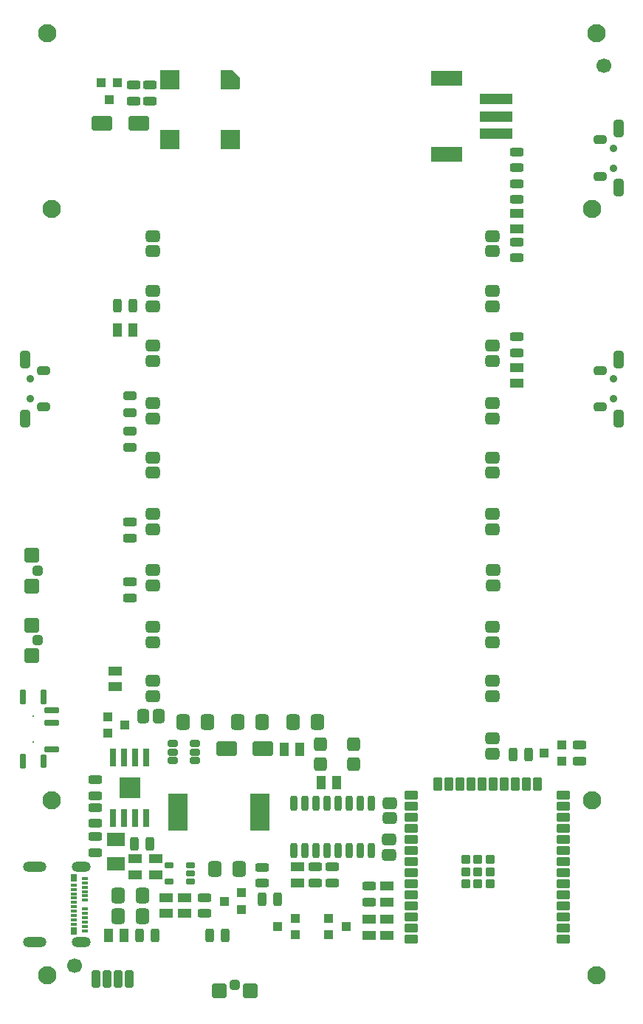
<source format=gbs>
%FSLAX44Y44*%
%MOMM*%
G71*
G04*
G04 #@! TF.SameCoordinates,80543DCF-8C45-4766-8294-206619DBCA83*
G04*
G04*
G04 #@! TF.FilePolarity,Negative*
G04*
G01*
G75*
%ADD17C,1.7000*%
G04:AMPARAMS|DCode=19|XSize=1.704mm|YSize=1.704mm|CornerRadius=0.2895mm|HoleSize=0mm|Usage=FLASHONLY|Rotation=270.000|XOffset=0mm|YOffset=0mm|HoleType=Round|Shape=RoundedRectangle|*
%AMROUNDEDRECTD19*
21,1,1.7040,1.1250,0,0,270.0*
21,1,1.1250,1.7040,0,0,270.0*
1,1,0.5790,-0.5625,-0.5625*
1,1,0.5790,-0.5625,0.5625*
1,1,0.5790,0.5625,0.5625*
1,1,0.5790,0.5625,-0.5625*
%
%ADD19ROUNDEDRECTD19*%
G04:AMPARAMS|DCode=20|XSize=1.104mm|YSize=1.104mm|CornerRadius=0.2145mm|HoleSize=0mm|Usage=FLASHONLY|Rotation=270.000|XOffset=0mm|YOffset=0mm|HoleType=Round|Shape=RoundedRectangle|*
%AMROUNDEDRECTD20*
21,1,1.1040,0.6750,0,0,270.0*
21,1,0.6750,1.1040,0,0,270.0*
1,1,0.4290,-0.3375,-0.3375*
1,1,0.4290,-0.3375,0.3375*
1,1,0.4290,0.3375,0.3375*
1,1,0.4290,0.3375,-0.3375*
%
%ADD20ROUNDEDRECTD20*%
G04:AMPARAMS|DCode=21|XSize=1.604mm|YSize=1.004mm|CornerRadius=0.302mm|HoleSize=0mm|Usage=FLASHONLY|Rotation=270.000|XOffset=0mm|YOffset=0mm|HoleType=Round|Shape=RoundedRectangle|*
%AMROUNDEDRECTD21*
21,1,1.6040,0.4000,0,0,270.0*
21,1,1.0000,1.0040,0,0,270.0*
1,1,0.6040,-0.2000,-0.5000*
1,1,0.6040,-0.2000,0.5000*
1,1,0.6040,0.2000,0.5000*
1,1,0.6040,0.2000,-0.5000*
%
%ADD21ROUNDEDRECTD21*%
%ADD22C,2.1000*%
%ADD23C,0.9000*%
%ADD24C,0.2040*%
%ADD25O,2.7000X1.2000*%
%ADD26O,2.2000X1.2000*%
G04:AMPARAMS|DCode=77|XSize=1.604mm|YSize=1.004mm|CornerRadius=0.302mm|HoleSize=0mm|Usage=FLASHONLY|Rotation=180.000|XOffset=0mm|YOffset=0mm|HoleType=Round|Shape=RoundedRectangle|*
%AMROUNDEDRECTD77*
21,1,1.6040,0.4000,0,0,180.0*
21,1,1.0000,1.0040,0,0,180.0*
1,1,0.6040,-0.5000,0.2000*
1,1,0.6040,0.5000,0.2000*
1,1,0.6040,0.5000,-0.2000*
1,1,0.6040,-0.5000,-0.2000*
%
%ADD77ROUNDEDRECTD77*%
%ADD78R,1.6040X1.0040*%
%ADD79R,1.0040X1.6040*%
G04:AMPARAMS|DCode=80|XSize=1.004mm|YSize=1.504mm|CornerRadius=0.222mm|HoleSize=0mm|Usage=FLASHONLY|Rotation=270.000|XOffset=0mm|YOffset=0mm|HoleType=Round|Shape=RoundedRectangle|*
%AMROUNDEDRECTD80*
21,1,1.0040,1.0600,0,0,270.0*
21,1,0.5600,1.5040,0,0,270.0*
1,1,0.4440,-0.5300,-0.2800*
1,1,0.4440,-0.5300,0.2800*
1,1,0.4440,0.5300,0.2800*
1,1,0.4440,0.5300,-0.2800*
%
%ADD80ROUNDEDRECTD80*%
%ADD81R,1.1040X1.0040*%
G04:AMPARAMS|DCode=82|XSize=1.364mm|YSize=1.674mm|CornerRadius=0.392mm|HoleSize=0mm|Usage=FLASHONLY|Rotation=0.000|XOffset=0mm|YOffset=0mm|HoleType=Round|Shape=RoundedRectangle|*
%AMROUNDEDRECTD82*
21,1,1.3640,0.8900,0,0,0.0*
21,1,0.5800,1.6740,0,0,0.0*
1,1,0.7840,0.2900,-0.4450*
1,1,0.7840,-0.2900,-0.4450*
1,1,0.7840,-0.2900,0.4450*
1,1,0.7840,0.2900,0.4450*
%
%ADD82ROUNDEDRECTD82*%
G04:AMPARAMS|DCode=83|XSize=1.364mm|YSize=1.674mm|CornerRadius=0.392mm|HoleSize=0mm|Usage=FLASHONLY|Rotation=90.000|XOffset=0mm|YOffset=0mm|HoleType=Round|Shape=RoundedRectangle|*
%AMROUNDEDRECTD83*
21,1,1.3640,0.8900,0,0,90.0*
21,1,0.5800,1.6740,0,0,90.0*
1,1,0.7840,0.4450,0.2900*
1,1,0.7840,0.4450,-0.2900*
1,1,0.7840,-0.4450,-0.2900*
1,1,0.7840,-0.4450,0.2900*
%
%ADD83ROUNDEDRECTD83*%
%ADD84R,3.7040X1.2040*%
%ADD85R,3.6040X1.7040*%
G04:AMPARAMS|DCode=86|XSize=1.104mm|YSize=1.104mm|CornerRadius=0.2145mm|HoleSize=0mm|Usage=FLASHONLY|Rotation=180.000|XOffset=0mm|YOffset=0mm|HoleType=Round|Shape=RoundedRectangle|*
%AMROUNDEDRECTD86*
21,1,1.1040,0.6750,0,0,180.0*
21,1,0.6750,1.1040,0,0,180.0*
1,1,0.4290,-0.3375,0.3375*
1,1,0.4290,0.3375,0.3375*
1,1,0.4290,0.3375,-0.3375*
1,1,0.4290,-0.3375,-0.3375*
%
%ADD86ROUNDEDRECTD86*%
G04:AMPARAMS|DCode=87|XSize=1.704mm|YSize=1.704mm|CornerRadius=0.2895mm|HoleSize=0mm|Usage=FLASHONLY|Rotation=180.000|XOffset=0mm|YOffset=0mm|HoleType=Round|Shape=RoundedRectangle|*
%AMROUNDEDRECTD87*
21,1,1.7040,1.1250,0,0,180.0*
21,1,1.1250,1.7040,0,0,180.0*
1,1,0.5790,-0.5625,0.5625*
1,1,0.5790,0.5625,0.5625*
1,1,0.5790,0.5625,-0.5625*
1,1,0.5790,-0.5625,-0.5625*
%
%ADD87ROUNDEDRECTD87*%
G04:AMPARAMS|DCode=88|XSize=2.404mm|YSize=1.704mm|CornerRadius=0.2895mm|HoleSize=0mm|Usage=FLASHONLY|Rotation=0.000|XOffset=0mm|YOffset=0mm|HoleType=Round|Shape=RoundedRectangle|*
%AMROUNDEDRECTD88*
21,1,2.4040,1.1250,0,0,0.0*
21,1,1.8250,1.7040,0,0,0.0*
1,1,0.5790,0.9125,-0.5625*
1,1,0.5790,-0.9125,-0.5625*
1,1,0.5790,-0.9125,0.5625*
1,1,0.5790,0.9125,0.5625*
%
%ADD88ROUNDEDRECTD88*%
G04:AMPARAMS|DCode=89|XSize=1.604mm|YSize=1.604mm|CornerRadius=0.452mm|HoleSize=0mm|Usage=FLASHONLY|Rotation=270.000|XOffset=0mm|YOffset=0mm|HoleType=Round|Shape=RoundedRectangle|*
%AMROUNDEDRECTD89*
21,1,1.6040,0.7000,0,0,270.0*
21,1,0.7000,1.6040,0,0,270.0*
1,1,0.9040,-0.3500,-0.3500*
1,1,0.9040,-0.3500,0.3500*
1,1,0.9040,0.3500,0.3500*
1,1,0.9040,0.3500,-0.3500*
%
%ADD89ROUNDEDRECTD89*%
%ADD90R,1.0040X1.1040*%
%ADD91R,2.2040X2.2040*%
%ADD92R,2.2040X2.2040*%
G04:AMPARAMS|DCode=93|XSize=1.204mm|YSize=2.004mm|CornerRadius=0.352mm|HoleSize=0mm|Usage=FLASHONLY|Rotation=180.000|XOffset=0mm|YOffset=0mm|HoleType=Round|Shape=RoundedRectangle|*
%AMROUNDEDRECTD93*
21,1,1.2040,1.3000,0,0,180.0*
21,1,0.5000,2.0040,0,0,180.0*
1,1,0.7040,-0.2500,0.6500*
1,1,0.7040,0.2500,0.6500*
1,1,0.7040,0.2500,-0.6500*
1,1,0.7040,-0.2500,-0.6500*
%
%ADD93ROUNDEDRECTD93*%
G04:AMPARAMS|DCode=94|XSize=1.504mm|YSize=1.004mm|CornerRadius=0.302mm|HoleSize=0mm|Usage=FLASHONLY|Rotation=180.000|XOffset=0mm|YOffset=0mm|HoleType=Round|Shape=RoundedRectangle|*
%AMROUNDEDRECTD94*
21,1,1.5040,0.4000,0,0,180.0*
21,1,0.9000,1.0040,0,0,180.0*
1,1,0.6040,-0.4500,0.2000*
1,1,0.6040,0.4500,0.2000*
1,1,0.6040,0.4500,-0.2000*
1,1,0.6040,-0.4500,-0.2000*
%
%ADD94ROUNDEDRECTD94*%
G04:AMPARAMS|DCode=95|XSize=0.754mm|YSize=1.004mm|CornerRadius=0.2395mm|HoleSize=0mm|Usage=FLASHONLY|Rotation=90.000|XOffset=0mm|YOffset=0mm|HoleType=Round|Shape=RoundedRectangle|*
%AMROUNDEDRECTD95*
21,1,0.7540,0.5250,0,0,90.0*
21,1,0.2750,1.0040,0,0,90.0*
1,1,0.4790,0.2625,0.1375*
1,1,0.4790,0.2625,-0.1375*
1,1,0.4790,-0.2625,-0.1375*
1,1,0.4790,-0.2625,0.1375*
%
%ADD95ROUNDEDRECTD95*%
G04:AMPARAMS|DCode=96|XSize=1.601mm|YSize=1.855mm|CornerRadius=0.4513mm|HoleSize=0mm|Usage=FLASHONLY|Rotation=0.000|XOffset=0mm|YOffset=0mm|HoleType=Round|Shape=RoundedRectangle|*
%AMROUNDEDRECTD96*
21,1,1.6010,0.9525,0,0,0.0*
21,1,0.6985,1.8550,0,0,0.0*
1,1,0.9025,0.3493,-0.4763*
1,1,0.9025,-0.3493,-0.4763*
1,1,0.9025,-0.3493,0.4763*
1,1,0.9025,0.3493,0.4763*
%
%ADD96ROUNDEDRECTD96*%
G04:AMPARAMS|DCode=97|XSize=1.954mm|YSize=1.004mm|CornerRadius=0.202mm|HoleSize=0mm|Usage=FLASHONLY|Rotation=90.000|XOffset=0mm|YOffset=0mm|HoleType=Round|Shape=RoundedRectangle|*
%AMROUNDEDRECTD97*
21,1,1.9540,0.6000,0,0,90.0*
21,1,1.5500,1.0040,0,0,90.0*
1,1,0.4040,0.3000,0.7750*
1,1,0.4040,0.3000,-0.7750*
1,1,0.4040,-0.3000,-0.7750*
1,1,0.4040,-0.3000,0.7750*
%
%ADD97ROUNDEDRECTD97*%
G04:AMPARAMS|DCode=98|XSize=0.794mm|YSize=1.204mm|CornerRadius=0.1758mm|HoleSize=0mm|Usage=FLASHONLY|Rotation=270.000|XOffset=0mm|YOffset=0mm|HoleType=Round|Shape=RoundedRectangle|*
%AMROUNDEDRECTD98*
21,1,0.7940,0.8525,0,0,270.0*
21,1,0.4425,1.2040,0,0,270.0*
1,1,0.3515,-0.4263,-0.2213*
1,1,0.3515,-0.4263,0.2213*
1,1,0.3515,0.4263,0.2213*
1,1,0.3515,0.4263,-0.2213*
%
%ADD98ROUNDEDRECTD98*%
G04:AMPARAMS|DCode=99|XSize=0.754mm|YSize=1.504mm|CornerRadius=0.1708mm|HoleSize=0mm|Usage=FLASHONLY|Rotation=0.000|XOffset=0mm|YOffset=0mm|HoleType=Round|Shape=RoundedRectangle|*
%AMROUNDEDRECTD99*
21,1,0.7540,1.1625,0,0,0.0*
21,1,0.4125,1.5040,0,0,0.0*
1,1,0.3415,0.2063,-0.5813*
1,1,0.3415,-0.2063,-0.5813*
1,1,0.3415,-0.2063,0.5813*
1,1,0.3415,0.2063,0.5813*
%
%ADD99ROUNDEDRECTD99*%
G04:AMPARAMS|DCode=100|XSize=0.804mm|YSize=1.704mm|CornerRadius=0.192mm|HoleSize=0mm|Usage=FLASHONLY|Rotation=180.000|XOffset=0mm|YOffset=0mm|HoleType=Round|Shape=RoundedRectangle|*
%AMROUNDEDRECTD100*
21,1,0.8040,1.3200,0,0,180.0*
21,1,0.4200,1.7040,0,0,180.0*
1,1,0.3840,-0.2100,0.6600*
1,1,0.3840,0.2100,0.6600*
1,1,0.3840,0.2100,-0.6600*
1,1,0.3840,-0.2100,-0.6600*
%
%ADD100ROUNDEDRECTD100*%
%ADD101R,2.2000X4.2000*%
G04:AMPARAMS|DCode=102|XSize=0.754mm|YSize=1.704mm|CornerRadius=0.1708mm|HoleSize=0mm|Usage=FLASHONLY|Rotation=90.000|XOffset=0mm|YOffset=0mm|HoleType=Round|Shape=RoundedRectangle|*
%AMROUNDEDRECTD102*
21,1,0.7540,1.3625,0,0,90.0*
21,1,0.4125,1.7040,0,0,90.0*
1,1,0.3415,0.6813,0.2063*
1,1,0.3415,0.6813,-0.2063*
1,1,0.3415,-0.6813,-0.2063*
1,1,0.3415,-0.6813,0.2063*
%
%ADD102ROUNDEDRECTD102*%
G04:AMPARAMS|DCode=103|XSize=0.754mm|YSize=1.704mm|CornerRadius=0.1708mm|HoleSize=0mm|Usage=FLASHONLY|Rotation=0.000|XOffset=0mm|YOffset=0mm|HoleType=Round|Shape=RoundedRectangle|*
%AMROUNDEDRECTD103*
21,1,0.7540,1.3625,0,0,0.0*
21,1,0.4125,1.7040,0,0,0.0*
1,1,0.3415,0.2063,-0.6813*
1,1,0.3415,-0.2063,-0.6813*
1,1,0.3415,-0.2063,0.6813*
1,1,0.3415,0.2063,0.6813*
%
%ADD103ROUNDEDRECTD103*%
%ADD104R,2.0040X1.6040*%
G04:AMPARAMS|DCode=105|XSize=1.6mm|YSize=1mm|CornerRadius=0.1625mm|HoleSize=0mm|Usage=FLASHONLY|Rotation=270.000|XOffset=0mm|YOffset=0mm|HoleType=Round|Shape=RoundedRectangle|*
%AMROUNDEDRECTD105*
21,1,1.6000,0.6750,0,0,270.0*
21,1,1.2750,1.0000,0,0,270.0*
1,1,0.3250,-0.3375,-0.6375*
1,1,0.3250,-0.3375,0.6375*
1,1,0.3250,0.3375,0.6375*
1,1,0.3250,0.3375,-0.6375*
%
%ADD105ROUNDEDRECTD105*%
G04:AMPARAMS|DCode=106|XSize=1.6mm|YSize=1mm|CornerRadius=0.1625mm|HoleSize=0mm|Usage=FLASHONLY|Rotation=0.000|XOffset=0mm|YOffset=0mm|HoleType=Round|Shape=RoundedRectangle|*
%AMROUNDEDRECTD106*
21,1,1.6000,0.6750,0,0,0.0*
21,1,1.2750,1.0000,0,0,0.0*
1,1,0.3250,0.6375,-0.3375*
1,1,0.3250,-0.6375,-0.3375*
1,1,0.3250,-0.6375,0.3375*
1,1,0.3250,0.6375,0.3375*
%
%ADD106ROUNDEDRECTD106*%
G04:AMPARAMS|DCode=107|XSize=1mm|YSize=1mm|CornerRadius=0.0815mm|HoleSize=0mm|Usage=FLASHONLY|Rotation=0.000|XOffset=0mm|YOffset=0mm|HoleType=Round|Shape=RoundedRectangle|*
%AMROUNDEDRECTD107*
21,1,1.0000,0.8370,0,0,0.0*
21,1,0.8370,1.0000,0,0,0.0*
1,1,0.1630,0.4185,-0.4185*
1,1,0.1630,-0.4185,-0.4185*
1,1,0.1630,-0.4185,0.4185*
1,1,0.1630,0.4185,0.4185*
%
%ADD107ROUNDEDRECTD107*%
%ADD108R,0.8040X2.0040*%
%ADD109R,2.4040X2.4040*%
%ADD110R,0.8000X0.9500*%
%ADD111R,0.8000X0.3500*%
G36*
X-453367Y1073013D02*
X-453235Y1072987D01*
X-453172Y1072966D01*
X-453109Y1072944D01*
X-452989Y1072885D01*
X-452878Y1072811D01*
X-452777Y1072723D01*
X-444777Y1064723D01*
X-444689Y1064622D01*
X-444615Y1064511D01*
X-444556Y1064391D01*
X-444545Y1064359D01*
X-444513Y1064265D01*
X-444487Y1064133D01*
X-444478Y1064000D01*
Y1052000D01*
X-444487Y1051867D01*
X-444513Y1051735D01*
X-444556Y1051609D01*
X-444615Y1051489D01*
X-444689Y1051378D01*
X-444777Y1051277D01*
X-444878Y1051189D01*
X-444989Y1051115D01*
X-445109Y1051056D01*
X-445235Y1051013D01*
X-445367Y1050987D01*
X-445500Y1050978D01*
X-465500D01*
X-465633Y1050987D01*
X-465765Y1051013D01*
X-465891Y1051056D01*
X-466011Y1051115D01*
X-466122Y1051189D01*
X-466223Y1051277D01*
X-466311Y1051378D01*
X-466385Y1051489D01*
X-466444Y1051609D01*
X-466487Y1051735D01*
X-466513Y1051867D01*
X-466522Y1052000D01*
Y1072000D01*
X-466513Y1072133D01*
X-466487Y1072265D01*
X-466444Y1072391D01*
X-466385Y1072511D01*
X-466311Y1072622D01*
X-466223Y1072723D01*
X-466122Y1072811D01*
X-466011Y1072885D01*
X-465891Y1072944D01*
X-465765Y1072987D01*
X-465633Y1073013D01*
X-465500Y1073022D01*
X-453500D01*
X-453367Y1073013D01*
D02*
G37*
D17*
X-27000Y1078000D02*
D03*
X-634000Y46000D02*
D03*
D19*
X-432500Y17250D02*
D03*
X-467500D02*
D03*
D20*
X-450000Y23750D02*
D03*
D21*
X-584750Y803250D02*
D03*
X-566750D02*
D03*
X-130875Y288010D02*
D03*
X-112875D02*
D03*
X-565500Y185500D02*
D03*
X-547500D02*
D03*
X-461000Y81000D02*
D03*
X-479000D02*
D03*
X-559500D02*
D03*
X-541500D02*
D03*
X-419000Y122250D02*
D03*
X-401000D02*
D03*
D22*
X-665000Y35000D02*
D03*
X-35000D02*
D03*
X-665000Y1115000D02*
D03*
X-35000Y1115000D02*
D03*
X-40000Y914000D02*
D03*
X-660000D02*
D03*
Y236000D02*
D03*
X-40000D02*
D03*
D23*
X-15750Y960500D02*
D03*
Y983500D02*
D03*
X-684250Y696000D02*
D03*
Y719000D02*
D03*
X-15750Y696000D02*
D03*
Y719000D02*
D03*
D24*
X-681000Y302500D02*
D03*
Y332500D02*
D03*
D25*
X-679700Y159200D02*
D03*
Y72800D02*
D03*
D26*
X-626100Y159200D02*
D03*
Y72800D02*
D03*
D77*
X-610000Y175750D02*
D03*
Y193750D02*
D03*
Y209000D02*
D03*
Y227000D02*
D03*
Y259000D02*
D03*
Y241000D02*
D03*
X-127000Y749000D02*
D03*
Y767000D02*
D03*
Y925000D02*
D03*
Y943000D02*
D03*
Y961000D02*
D03*
Y979000D02*
D03*
Y876000D02*
D03*
Y858000D02*
D03*
X-55000Y280760D02*
D03*
Y298760D02*
D03*
X-566250Y1055750D02*
D03*
Y1037750D02*
D03*
X-547250Y1055750D02*
D03*
Y1037750D02*
D03*
X-358000Y159000D02*
D03*
Y141000D02*
D03*
X-338000D02*
D03*
Y159000D02*
D03*
X-570000Y554500D02*
D03*
Y536500D02*
D03*
X-484750Y106000D02*
D03*
Y124000D02*
D03*
X-570000Y486000D02*
D03*
Y468000D02*
D03*
X-419000Y158750D02*
D03*
Y140750D02*
D03*
X-296000Y137000D02*
D03*
Y119000D02*
D03*
D78*
X-127000Y909000D02*
D03*
Y891000D02*
D03*
Y731615D02*
D03*
Y713615D02*
D03*
X-378000Y141000D02*
D03*
Y159000D02*
D03*
X-540307Y168334D02*
D03*
Y150334D02*
D03*
X-564057Y168334D02*
D03*
Y150334D02*
D03*
X-508000Y106000D02*
D03*
Y124000D02*
D03*
X-587000Y383750D02*
D03*
Y365750D02*
D03*
X-276000Y137000D02*
D03*
Y119000D02*
D03*
Y81000D02*
D03*
Y99000D02*
D03*
X-296000Y81000D02*
D03*
Y99000D02*
D03*
X-529000Y124000D02*
D03*
Y106000D02*
D03*
D79*
X-584750Y775000D02*
D03*
X-566750D02*
D03*
X-333000Y256000D02*
D03*
X-351000D02*
D03*
X-393250Y294250D02*
D03*
X-375250D02*
D03*
X-577000Y81000D02*
D03*
X-595000D02*
D03*
D80*
X-570000Y680500D02*
D03*
Y699500D02*
D03*
Y640250D02*
D03*
Y659250D02*
D03*
D81*
X-596000Y331500D02*
D03*
Y312500D02*
D03*
X-576000Y322000D02*
D03*
X-75000Y280510D02*
D03*
Y299510D02*
D03*
X-95000Y290010D02*
D03*
X-442250Y110500D02*
D03*
Y129500D02*
D03*
X-462250Y120000D02*
D03*
X-322500Y91000D02*
D03*
X-342500Y81500D02*
D03*
Y100500D02*
D03*
X-400750Y91000D02*
D03*
X-380750Y100500D02*
D03*
Y81500D02*
D03*
D82*
X-537200Y332000D02*
D03*
X-554800D02*
D03*
D83*
X-155000Y306800D02*
D03*
Y289200D02*
D03*
X-154635Y819800D02*
D03*
Y802200D02*
D03*
Y756800D02*
D03*
Y739200D02*
D03*
Y690800D02*
D03*
Y673200D02*
D03*
X-154635Y628800D02*
D03*
Y611200D02*
D03*
X-154635Y563800D02*
D03*
Y546200D02*
D03*
X-154000Y499800D02*
D03*
Y482200D02*
D03*
X-154635Y882800D02*
D03*
Y865200D02*
D03*
X-155000Y372800D02*
D03*
Y355200D02*
D03*
Y434800D02*
D03*
Y417200D02*
D03*
X-544000Y690800D02*
D03*
Y673200D02*
D03*
Y756800D02*
D03*
Y739200D02*
D03*
Y628800D02*
D03*
Y611200D02*
D03*
Y882800D02*
D03*
Y865200D02*
D03*
Y819800D02*
D03*
Y802200D02*
D03*
Y499800D02*
D03*
Y482200D02*
D03*
Y563800D02*
D03*
Y546200D02*
D03*
Y372800D02*
D03*
Y355200D02*
D03*
Y434800D02*
D03*
Y417200D02*
D03*
X-273000Y173200D02*
D03*
Y190800D02*
D03*
X-272250Y214950D02*
D03*
Y232550D02*
D03*
D84*
X-150000Y1000000D02*
D03*
Y1020000D02*
D03*
Y1040000D02*
D03*
D85*
X-207500Y1063500D02*
D03*
Y976500D02*
D03*
D86*
X-676500Y499000D02*
D03*
X-676500Y419000D02*
D03*
D87*
X-683000Y481500D02*
D03*
Y516500D02*
D03*
X-683000Y401500D02*
D03*
Y436500D02*
D03*
D88*
X-417500Y295250D02*
D03*
X-459500D02*
D03*
X-560500Y1012250D02*
D03*
X-602500D02*
D03*
D89*
X-351600Y277000D02*
D03*
X-313600D02*
D03*
Y300000D02*
D03*
X-351600D02*
D03*
D90*
X-594250Y1038750D02*
D03*
X-603750Y1058750D02*
D03*
X-584750D02*
D03*
D91*
X-524500Y1062000D02*
D03*
X-455500Y993000D02*
D03*
D92*
X-524500D02*
D03*
D93*
X-9750Y1005750D02*
D03*
Y938250D02*
D03*
X-690250Y741250D02*
D03*
Y673750D02*
D03*
X-9750Y741250D02*
D03*
Y673750D02*
D03*
D94*
X-31000Y951000D02*
D03*
Y993000D02*
D03*
X-669000Y686500D02*
D03*
Y728500D02*
D03*
X-31000Y686500D02*
D03*
Y728500D02*
D03*
D95*
X-501200Y161500D02*
D03*
Y152000D02*
D03*
Y142500D02*
D03*
X-525200Y161500D02*
D03*
Y142500D02*
D03*
D96*
X-445030Y156500D02*
D03*
X-472970D02*
D03*
X-508970Y325000D02*
D03*
X-481030D02*
D03*
X-583970Y126000D02*
D03*
X-556030D02*
D03*
X-383500Y325000D02*
D03*
X-355560D02*
D03*
X-583970Y103000D02*
D03*
X-556030D02*
D03*
X-418780Y325000D02*
D03*
X-446720D02*
D03*
D97*
X-570950Y30750D02*
D03*
X-583650D02*
D03*
X-596350D02*
D03*
X-609050D02*
D03*
D98*
X-495500Y281500D02*
D03*
Y291000D02*
D03*
Y300500D02*
D03*
X-521500Y291000D02*
D03*
Y281500D02*
D03*
Y300500D02*
D03*
D99*
X-669250Y280500D02*
D03*
D100*
X-382450Y232000D02*
D03*
X-369750D02*
D03*
X-357050D02*
D03*
X-344350D02*
D03*
X-331650D02*
D03*
X-318950D02*
D03*
X-306250D02*
D03*
X-382450Y178000D02*
D03*
X-369750D02*
D03*
X-357050D02*
D03*
X-344350D02*
D03*
X-331650D02*
D03*
X-318950D02*
D03*
X-306250D02*
D03*
X-293550Y232000D02*
D03*
Y178000D02*
D03*
D101*
X-515000Y221750D02*
D03*
X-421000D02*
D03*
D102*
X-660000Y324250D02*
D03*
Y294250D02*
D03*
Y339250D02*
D03*
D103*
X-669250Y354500D02*
D03*
X-693000D02*
D03*
Y280500D02*
D03*
D104*
X-586750Y191000D02*
D03*
Y163000D02*
D03*
D105*
X-204950Y254200D02*
D03*
X-217650D02*
D03*
X-192250D02*
D03*
X-179550D02*
D03*
X-103350D02*
D03*
X-116050D02*
D03*
X-128750D02*
D03*
X-166850D02*
D03*
X-154150D02*
D03*
X-141450D02*
D03*
D106*
X-73000Y229000D02*
D03*
X-248000D02*
D03*
X-73000Y76600D02*
D03*
X-248000D02*
D03*
X-73000Y89300D02*
D03*
X-248000D02*
D03*
X-73000Y102000D02*
D03*
X-248000D02*
D03*
X-73000Y114700D02*
D03*
X-248000D02*
D03*
X-73000Y127400D02*
D03*
X-248000D02*
D03*
X-73000Y140100D02*
D03*
X-248000D02*
D03*
X-73000Y152800D02*
D03*
X-248000D02*
D03*
X-73000Y165500D02*
D03*
X-248000D02*
D03*
X-73000Y178200D02*
D03*
X-248000D02*
D03*
X-73000Y190900D02*
D03*
X-248000D02*
D03*
X-73000Y203600D02*
D03*
X-248000D02*
D03*
X-73000Y216300D02*
D03*
X-248000D02*
D03*
Y241700D02*
D03*
X-73000D02*
D03*
D107*
X-171400Y139800D02*
D03*
X-185400D02*
D03*
X-157400D02*
D03*
Y153800D02*
D03*
X-185400D02*
D03*
X-171400D02*
D03*
Y167800D02*
D03*
X-185400D02*
D03*
X-157400D02*
D03*
D108*
X-589550Y284500D02*
D03*
X-576850D02*
D03*
X-564150D02*
D03*
X-551450D02*
D03*
X-589550Y215500D02*
D03*
X-576850D02*
D03*
X-564150D02*
D03*
X-551450D02*
D03*
D109*
X-570500Y250000D02*
D03*
D110*
X-635000Y85500D02*
D03*
Y146500D02*
D03*
D111*
Y93500D02*
D03*
Y98500D02*
D03*
Y103500D02*
D03*
Y108500D02*
D03*
Y113500D02*
D03*
Y118500D02*
D03*
Y123500D02*
D03*
Y128500D02*
D03*
Y133500D02*
D03*
Y138500D02*
D03*
X-622000Y146000D02*
D03*
Y141000D02*
D03*
Y136000D02*
D03*
Y131000D02*
D03*
Y126000D02*
D03*
Y121000D02*
D03*
Y111000D02*
D03*
Y106000D02*
D03*
Y101000D02*
D03*
Y96000D02*
D03*
Y91000D02*
D03*
Y86000D02*
D03*
M02*

</source>
